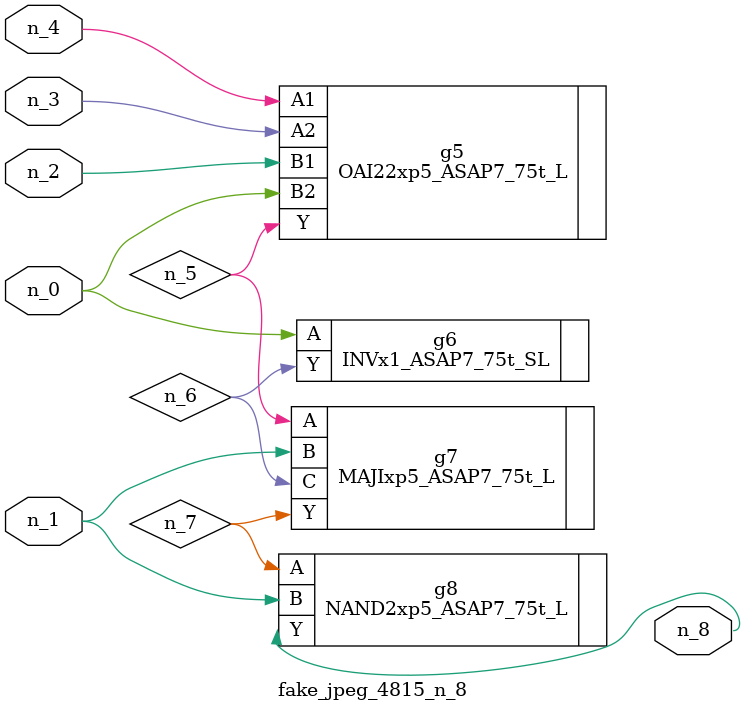
<source format=v>
module fake_jpeg_4815_n_8 (n_3, n_2, n_1, n_0, n_4, n_8);

input n_3;
input n_2;
input n_1;
input n_0;
input n_4;

output n_8;

wire n_6;
wire n_5;
wire n_7;

OAI22xp5_ASAP7_75t_L g5 ( 
.A1(n_4),
.A2(n_3),
.B1(n_2),
.B2(n_0),
.Y(n_5)
);

INVx1_ASAP7_75t_SL g6 ( 
.A(n_0),
.Y(n_6)
);

MAJIxp5_ASAP7_75t_L g7 ( 
.A(n_5),
.B(n_1),
.C(n_6),
.Y(n_7)
);

NAND2xp5_ASAP7_75t_L g8 ( 
.A(n_7),
.B(n_1),
.Y(n_8)
);


endmodule
</source>
